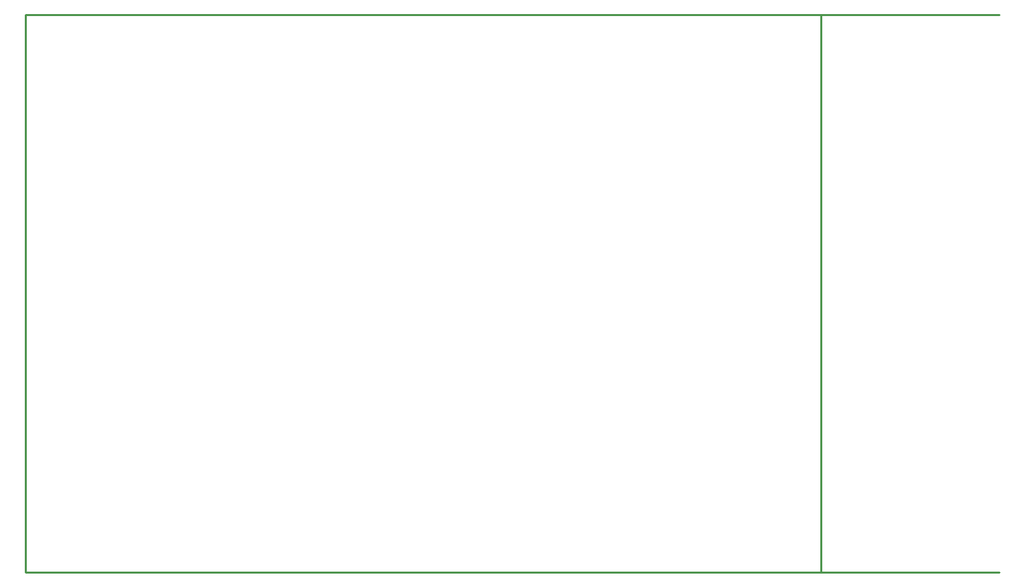
<source format=gko>
G04 Layer: BoardOutlineLayer*
G04 EasyEDA v6.5.42, 2024-03-15 07:08:18*
G04 07cce05110d743cda764b2ea28b01f41,76978c21ee6b45f5ab94bb382069c2cd,10*
G04 Gerber Generator version 0.2*
G04 Scale: 100 percent, Rotated: No, Reflected: No *
G04 Dimensions in millimeters *
G04 leading zeros omitted , absolute positions ,4 integer and 5 decimal *
%FSLAX45Y45*%
%MOMM*%

%ADD10C,0.2540*%
D10*
X10052050Y0D02*
G01*
X10052050Y-7048500D01*
X12299950Y-7048500D02*
G01*
X0Y-7048500D01*
X0Y0D01*
X0Y0D02*
G01*
X12299950Y0D01*

%LPD*%
M02*

</source>
